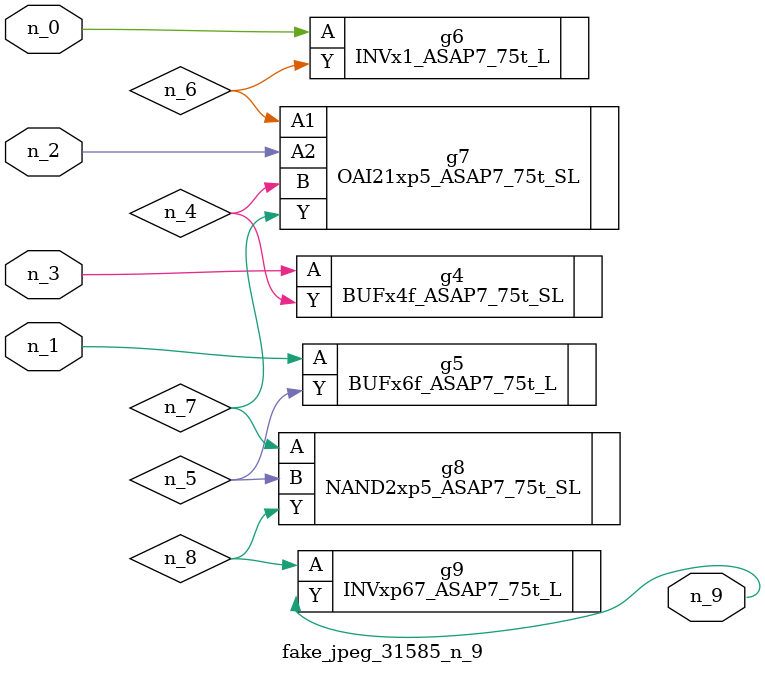
<source format=v>
module fake_jpeg_31585_n_9 (n_0, n_3, n_2, n_1, n_9);

input n_0;
input n_3;
input n_2;
input n_1;

output n_9;

wire n_4;
wire n_8;
wire n_6;
wire n_5;
wire n_7;

BUFx4f_ASAP7_75t_SL g4 ( 
.A(n_3),
.Y(n_4)
);

BUFx6f_ASAP7_75t_L g5 ( 
.A(n_1),
.Y(n_5)
);

INVx1_ASAP7_75t_L g6 ( 
.A(n_0),
.Y(n_6)
);

OAI21xp5_ASAP7_75t_SL g7 ( 
.A1(n_6),
.A2(n_2),
.B(n_4),
.Y(n_7)
);

NAND2xp5_ASAP7_75t_SL g8 ( 
.A(n_7),
.B(n_5),
.Y(n_8)
);

INVxp67_ASAP7_75t_L g9 ( 
.A(n_8),
.Y(n_9)
);


endmodule
</source>
